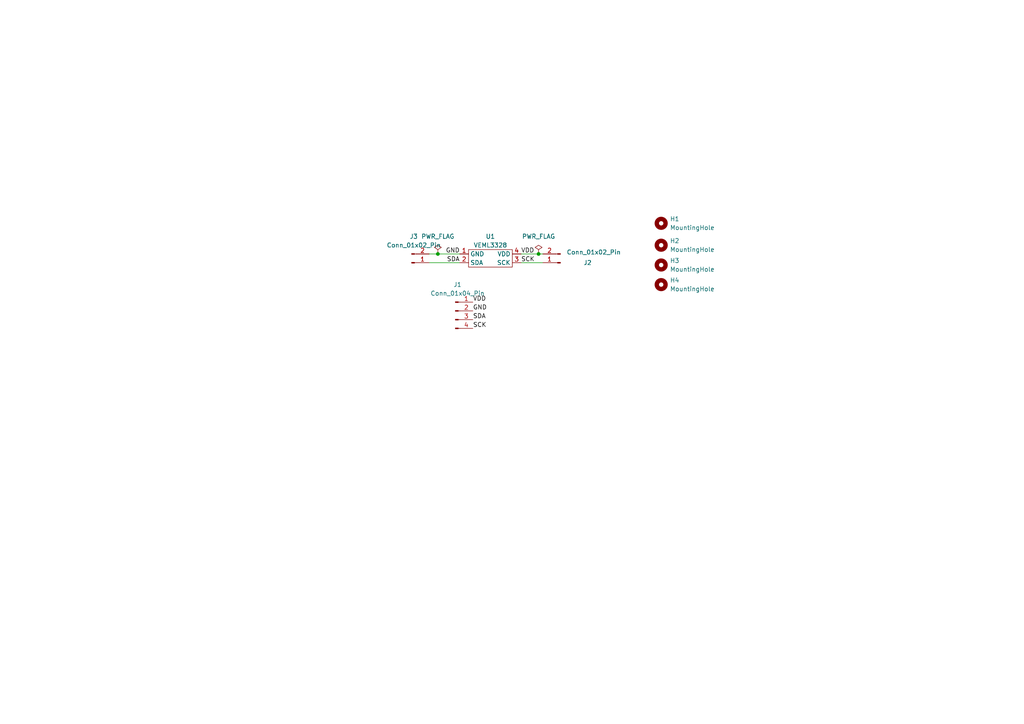
<source format=kicad_sch>
(kicad_sch (version 20231120) (generator "eeschema") (generator_version "8.0")
  (paper "A4")
  (lib_symbols
    (symbol "Conn_01x02_Pin_1" (pin_names (offset 1.016) hide)
      (property "Reference" "J1" (at -7.874 0 0))
      (property "Value" "Conn_01x02_Pin" (at -9.652 -3.048 0))
      (symbol "Conn_01x02_Pin_1_1_1"
        (polyline (pts (xy 1.27 -2.54) (xy 0.8636 -2.54)) (stroke (width 0.1524)))
        (polyline (pts (xy 1.27 0) (xy 0.8636 0)) (stroke (width 0.1524)))
        (rectangle (start 0.8636 -2.413) (end 0 -2.667) (stroke (width 0.1524)) (fill (type outline)))
        (rectangle (start 0.8636 0.127) (end 0 -0.127) (stroke (width 0.1524)) (fill (type outline)))
        (pin passive line (at 5.08 -2.54 180) (length 3.81) (name "Pin_2") (number "1"))
        (pin passive line (at 5.08 0 180) (length 3.81) (name "Pin_1") (number "2"))
      )
    )
    (symbol "Connector:Conn_01x02_Pin" (pin_names (offset 1.016) hide)
      (property "Reference" "J" (at 0 2.54 0))
      (property "Value" "Conn_01x02_Pin" (at 0 -5.08 0))
      (symbol "Conn_01x02_Pin_1_1"
        (polyline (pts (xy 1.27 -2.54) (xy 0.8636 -2.54)) (stroke (width 0.1524)))
        (polyline (pts (xy 1.27 0) (xy 0.8636 0)) (stroke (width 0.1524)))
        (rectangle (start 0.8636 -2.413) (end 0 -2.667) (stroke (width 0.1524)) (fill (type outline)))
        (rectangle (start 0.8636 0.127) (end 0 -0.127) (stroke (width 0.1524)) (fill (type outline)))
        (pin passive line (at 5.08 0 180) (length 3.81) (name "Pin_1") (number "1"))
        (pin passive line (at 5.08 -2.54 180) (length 3.81) (name "Pin_2") (number "2"))
      )
    )
    (symbol "Connector:Conn_01x04_Pin" (pin_names (offset 1.016) hide)
      (property "Reference" "J" (at 0 5.08 0))
      (property "Value" "Conn_01x04_Pin" (at 0 -7.62 0))
      (symbol "Conn_01x04_Pin_1_1"
        (polyline (pts (xy 1.27 -5.08) (xy 0.8636 -5.08)) (stroke (width 0.1524)))
        (polyline (pts (xy 1.27 -2.54) (xy 0.8636 -2.54)) (stroke (width 0.1524)))
        (polyline (pts (xy 1.27 0) (xy 0.8636 0)) (stroke (width 0.1524)))
        (polyline (pts (xy 1.27 2.54) (xy 0.8636 2.54)) (stroke (width 0.1524)))
        (rectangle (start 0.8636 -4.953) (end 0 -5.207) (stroke (width 0.1524)) (fill (type outline)))
        (rectangle (start 0.8636 -2.413) (end 0 -2.667) (stroke (width 0.1524)) (fill (type outline)))
        (rectangle (start 0.8636 0.127) (end 0 -0.127) (stroke (width 0.1524)) (fill (type outline)))
        (rectangle (start 0.8636 2.667) (end 0 2.413) (stroke (width 0.1524)) (fill (type outline)))
        (pin passive line (at 5.08 2.54 180) (length 3.81) (name "Pin_1") (number "1"))
        (pin passive line (at 5.08 0 180) (length 3.81) (name "Pin_2") (number "2"))
        (pin passive line (at 5.08 -2.54 180) (length 3.81) (name "Pin_3") (number "3"))
        (pin passive line (at 5.08 -5.08 180) (length 3.81) (name "Pin_4") (number "4"))
      )
    )
    (symbol "Custom_Symbols:VEML3328"
      (property "Reference" "U" (at 0 0 0))
      (symbol "VEML3328_0_1"
        (rectangle (start -6.35 -1.27) (end 6.35 -6.35))
      )
      (symbol "VEML3328_1_1"
        (pin power_in line (at -8.89 -2.54 0) (length 2.54) (name "GND") (number "1"))
        (pin bidirectional line (at -8.89 -5.08 0) (length 2.54) (name "SDA") (number "2"))
        (pin input line (at 8.89 -5.08 180) (length 2.54) (name "SCK") (number "3"))
        (pin power_in line (at 8.89 -2.54 180) (length 2.54) (name "VDD") (number "4"))
      )
    )
    (symbol "Mechanical:MountingHole" (pin_names (offset 1.016)) (exclude_from_sim yes) (in_bom no)
      (property "Reference" "H" (at 0 5.08 0))
      (property "Value" "MountingHole" (at 0 3.175 0))
      (symbol "MountingHole_0_1"
        (circle (center 0 0) (radius 1.27) (stroke (width 1.27)))
      )
    )
    (symbol "power:PWR_FLAG" (power) (pin_numbers hide) (pin_names (offset 0) hide)
      (property "Value" "PWR_FLAG" (at 0 3.81 0))
      (symbol "PWR_FLAG_0_0"
        (pin power_out line (at 0 0 90) (length 0) (name "~") (number "1"))
      )
      (symbol "PWR_FLAG_0_1"
        (polyline (pts (xy 0 0) (xy 0 1.27) (xy -1.016 1.905) (xy 0 2.54) (xy 1.016 1.905) (xy 0 1.27)))
      )
    )
  )
  (junction (at 156.21 73.66))
  (junction (at 127 73.66))
  (wire (pts (xy 124.46 76.2) (xy 133.35 76.2)))
  (wire (pts (xy 151.13 76.2) (xy 157.48 76.2)))
  (wire (pts (xy 127 73.66) (xy 133.35 73.66)))
  (wire (pts (xy 156.21 73.66) (xy 157.48 73.66)))
  (wire (pts (xy 124.46 73.66) (xy 127 73.66)))
  (wire (pts (xy 151.13 73.66) (xy 156.21 73.66)))
  (label "SCK" (at 151.13 76.2 0))
  (label "SDA" (at 137.16 92.71 0))
  (label "GND" (at 133.35 73.66 180))
  (label "VDD" (at 151.13 73.66 0))
  (label "VDD" (at 137.16 87.63 0))
  (label "SCK" (at 137.16 95.25 0))
  (label "SDA" (at 133.35 76.2 180))
  (label "GND" (at 137.16 90.17 0))
  (symbol (lib_id "Custom_Symbols:VEML3328") (at 142.24 71.12 0) (unit 1)
    (property "Reference" "U1" (at 142.24 68.58 0))
    (property "Value" "VEML3328" (at 142.24 71.12 0))
    (property "Footprint" "Custom:VEML3328" (effects (hide yes)))
  )
  (symbol (lib_id "Connector:Conn_01x02_Pin") (at 162.56 76.2 180) (unit 1)
    (property "Reference" "J2" (at 170.434 76.2 0))
    (property "Value" "Conn_01x02_Pin" (at 172.212 73.152 0))
    (property "Footprint" "Connector_PinHeader_2.54mm:PinHeader_1x02_P2.54mm_Vertical" (effects (hide yes)))
    (property "Description" "Generic connector, single row, 01x02, script generated" (effects (hide yes)))
  )
  (symbol (lib_id "power:PWR_FLAG") (at 127 73.66 0) (unit 1)
    (property "Reference" "#FLG02" (effects (hide yes)))
    (property "Value" "PWR_FLAG" (at 127 68.58 0))
    (property "Description" "Special symbol for telling ERC where power comes from" (effects (hide yes)))
  )
  (symbol (lib_id "power:PWR_FLAG") (at 156.21 73.66 0) (unit 1)
    (property "Reference" "#FLG01" (effects (hide yes)))
    (property "Value" "PWR_FLAG" (at 156.21 68.58 0))
    (property "Description" "Special symbol for telling ERC where power comes from" (effects (hide yes)))
  )
  (symbol (lib_name "Conn_01x02_Pin_1") (lib_id "Connector:Conn_01x02_Pin") (at 119.38 73.66 0) (unit 1)
    (property "Reference" "J3" (at 120.015 68.58 0))
    (property "Value" "Conn_01x02_Pin" (at 120.015 71.12 0))
    (property "Footprint" "Connector_PinHeader_2.54mm:PinHeader_1x02_P2.54mm_Vertical" (effects (hide yes)))
    (property "Description" "Generic connector, single row, 01x02, script generated" (effects (hide yes)))
  )
  (symbol (lib_id "Mechanical:MountingHole") (at 191.77 64.77 0) (unit 1) (exclude_from_sim yes) (in_bom no)
    (property "Reference" "H1" (at 194.31 63.4999 0) (effects (justify left)))
    (property "Value" "MountingHole" (at 194.31 66.0399 0) (effects (justify left)))
    (property "Footprint" "MountingHole:MountingHole_3.2mm_M3" (effects (hide yes)))
    (property "Description" "Mounting Hole without connection" (effects (hide yes)))
  )
  (symbol (lib_id "Mechanical:MountingHole") (at 191.77 82.55 0) (unit 1) (exclude_from_sim yes) (in_bom no)
    (property "Reference" "H4" (at 194.31 81.2799 0) (effects (justify left)))
    (property "Value" "MountingHole" (at 194.31 83.8199 0) (effects (justify left)))
    (property "Footprint" "MountingHole:MountingHole_3.2mm_M3" (effects (hide yes)))
    (property "Description" "Mounting Hole without connection" (effects (hide yes)))
  )
  (symbol (lib_id "Connector:Conn_01x04_Pin") (at 132.08 90.17 0) (unit 1)
    (property "Reference" "J1" (at 132.715 82.55 0))
    (property "Value" "Conn_01x04_Pin" (at 132.715 85.09 0))
    (property "Footprint" "Connector_PinHeader_2.54mm:PinHeader_1x04_P2.54mm_Vertical" (effects (hide yes)))
    (property "Description" "Generic connector, single row, 01x04, script generated" (effects (hide yes)))
  )
  (symbol (lib_id "Mechanical:MountingHole") (at 191.77 71.12 0) (unit 1) (exclude_from_sim yes) (in_bom no)
    (property "Reference" "H2" (at 194.31 69.8499 0) (effects (justify left)))
    (property "Value" "MountingHole" (at 194.31 72.3899 0) (effects (justify left)))
    (property "Footprint" "MountingHole:MountingHole_3.2mm_M3" (effects (hide yes)))
    (property "Description" "Mounting Hole without connection" (effects (hide yes)))
  )
  (symbol (lib_id "Mechanical:MountingHole") (at 191.7698 76.8624 0) (unit 1) (exclude_from_sim yes) (in_bom no)
    (property "Reference" "H3" (at 194.3098 75.5923 0) (effects (justify left)))
    (property "Value" "MountingHole" (at 194.3098 78.1323 0) (effects (justify left)))
    (property "Footprint" "MountingHole:MountingHole_3.2mm_M3" (effects (hide yes)))
    (property "Description" "Mounting Hole without connection" (effects (hide yes)))
  )
)
</source>
